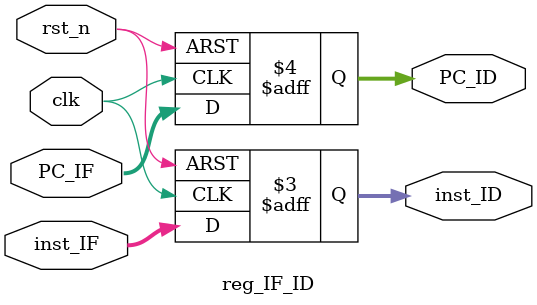
<source format=v>
`timescale 1ns / 1ps


module reg_IF_ID(
    input clk,
    input rst_n,
    
    input [31:0]inst_IF,
    input [31:0]PC_IF,

    output reg[31:0]inst_ID,
    output reg[31:0]PC_ID
    );

    always@(posedge clk or negedge rst_n)begin
        if(!rst_n) begin
            inst_ID <= 32'b00000000_00000000_00000000_00000000;
            PC_ID <= 32'b00000000_00000000_00000000_00000000;
        end
        else begin
            inst_ID <= inst_IF;
            PC_ID <= PC_IF;
        end
    end
endmodule

</source>
